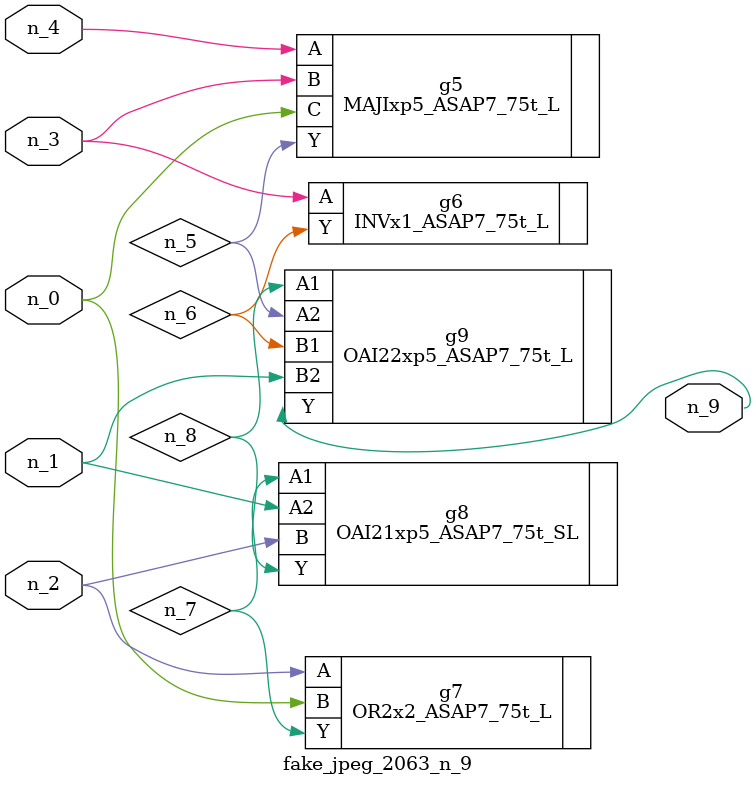
<source format=v>
module fake_jpeg_2063_n_9 (n_3, n_2, n_1, n_0, n_4, n_9);

input n_3;
input n_2;
input n_1;
input n_0;
input n_4;

output n_9;

wire n_8;
wire n_6;
wire n_5;
wire n_7;

MAJIxp5_ASAP7_75t_L g5 ( 
.A(n_4),
.B(n_3),
.C(n_0),
.Y(n_5)
);

INVx1_ASAP7_75t_L g6 ( 
.A(n_3),
.Y(n_6)
);

OR2x2_ASAP7_75t_L g7 ( 
.A(n_2),
.B(n_0),
.Y(n_7)
);

OAI21xp5_ASAP7_75t_SL g8 ( 
.A1(n_7),
.A2(n_1),
.B(n_2),
.Y(n_8)
);

OAI22xp5_ASAP7_75t_L g9 ( 
.A1(n_8),
.A2(n_5),
.B1(n_6),
.B2(n_1),
.Y(n_9)
);


endmodule
</source>
